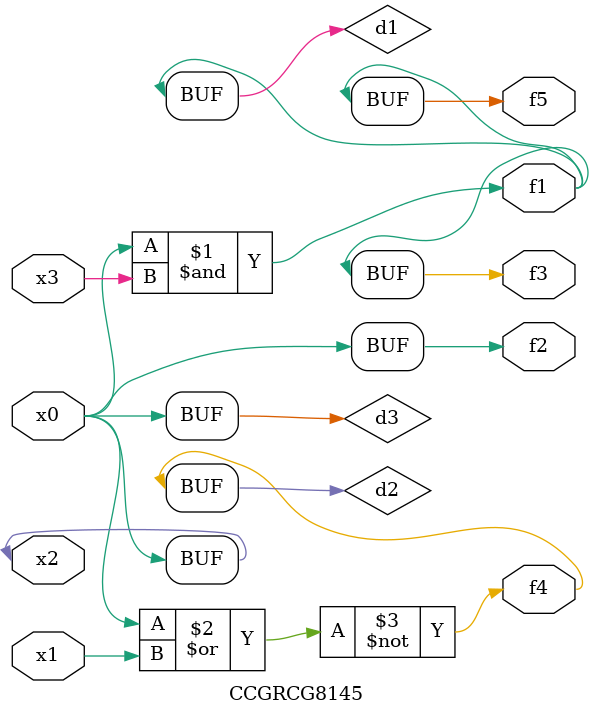
<source format=v>
module CCGRCG8145(
	input x0, x1, x2, x3,
	output f1, f2, f3, f4, f5
);

	wire d1, d2, d3;

	and (d1, x2, x3);
	nor (d2, x0, x1);
	buf (d3, x0, x2);
	assign f1 = d1;
	assign f2 = d3;
	assign f3 = d1;
	assign f4 = d2;
	assign f5 = d1;
endmodule

</source>
